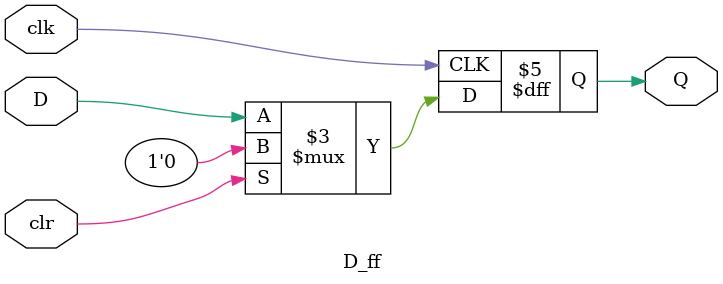
<source format=v>
module getrandom(clk,rst,ran1,ran2);//生成随机数，clk接0.5Hz

	parameter MIN=2,MAX=5;           //随机数范围MIN~MAX

input clk,rst;
output [2:0] ran1,ran2;
wire ran_tmp0,ran_tmp1,ran_tmp2,ran_tmp3,ran_tmp4,ran_tmp5;
wire w,z;
wire y;

//6位移位寄存器组成的M序列发生器生成随机数
D_ff FF0(clk,rst,y,ran_tmp0);
D_ff FF1(clk,rst,ran_tmp0,ran_tmp1);
D_ff FF2(clk,rst,ran_tmp1,ran_tmp2);
D_ff FF3(clk,rst,ran_tmp2,ran_tmp3);
D_ff FF4(clk,rst,ran_tmp3,ran_tmp4);
D_ff FF5(clk,rst,ran_tmp4,ran_tmp5);
nor nr1(z,ran_tmp0,ran_tmp1,ran_tmp2,ran_tmp3,ran_tmp4,ran_tmp5);
xor xr1(w,ran_tmp0,ran_tmp5);
xor xr2(y,w,z);

assign ran1=2+{ran_tmp4,ran_tmp3}%(MAX-MIN+1);          //生成随机数的范围2~5
assign ran2=2+{ran_tmp1,ran_tmp0}%(MAX-MIN+1);

endmodule

module D_ff(clk,clr,D,Q);//D触发器
input clk,D,clr;         //D输入，clr复位
output reg Q;

always @(posedge clk)	//主模块下降沿触发，在有效边沿到来前提供稳定随机数
begin
	if(clr) Q<=1'b0;
	else Q<=D;
end

endmodule

</source>
